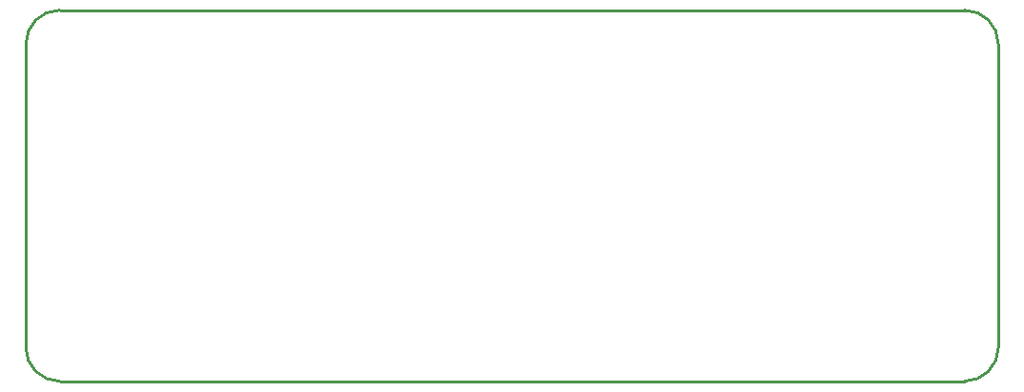
<source format=gko>
G04 Layer: BoardOutline*
G04 EasyEDA v6.3.39, 2020-04-21T17:53:27+02:00*
G04 2b193ae985c243da8a3a613e667a09fd,91cc4837159741479c5be70faa949f3f,10*
G04 Gerber Generator version 0.2*
G04 Scale: 100 percent, Rotated: No, Reflected: No *
G04 Dimensions in millimeters *
G04 leading zeros omitted , absolute positions ,3 integer and 3 decimal *
%FSLAX33Y33*%
%MOMM*%
G90*
G71D02*

%ADD10C,0.254000*%
G54D10*
G01X2999Y0D02*
G01X83360Y0D01*
G01X86360Y30020D02*
G01X86360Y2999D01*
G01X2999Y33020D02*
G01X83360Y33020D01*
G01X0Y30020D02*
G01X0Y2999D01*
G75*
G01X83360Y33020D02*
G02X86360Y30020I0J-3000D01*
G01*
G75*
G01X86360Y3000D02*
G02X83360Y0I-3000J0D01*
G01*
G75*
G01X3000Y0D02*
G02X0Y3000I0J3000D01*
G01*
G75*
G01X0Y30020D02*
G02X3000Y33020I3000J0D01*
G01*

%LPD*%
M00*
M02*

</source>
